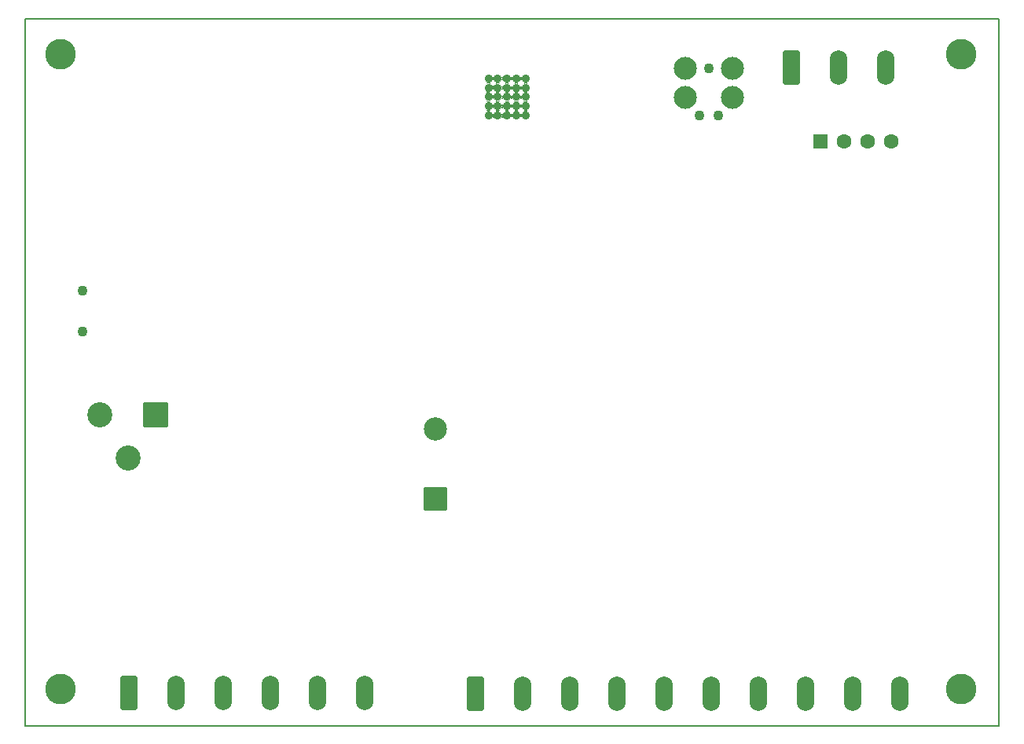
<source format=gbr>
G04 #@! TF.GenerationSoftware,KiCad,Pcbnew,(6.0.4-0)*
G04 #@! TF.CreationDate,2022-05-03T20:04:39-04:00*
G04 #@! TF.ProjectId,green_house_controller,67726565-6e5f-4686-9f75-73655f636f6e,rev?*
G04 #@! TF.SameCoordinates,Original*
G04 #@! TF.FileFunction,Soldermask,Bot*
G04 #@! TF.FilePolarity,Negative*
%FSLAX46Y46*%
G04 Gerber Fmt 4.6, Leading zero omitted, Abs format (unit mm)*
G04 Created by KiCad (PCBNEW (6.0.4-0)) date 2022-05-03 20:04:39*
%MOMM*%
%LPD*%
G01*
G04 APERTURE LIST*
G04 Aperture macros list*
%AMRoundRect*
0 Rectangle with rounded corners*
0 $1 Rounding radius*
0 $2 $3 $4 $5 $6 $7 $8 $9 X,Y pos of 4 corners*
0 Add a 4 corners polygon primitive as box body*
4,1,4,$2,$3,$4,$5,$6,$7,$8,$9,$2,$3,0*
0 Add four circle primitives for the rounded corners*
1,1,$1+$1,$2,$3*
1,1,$1+$1,$4,$5*
1,1,$1+$1,$6,$7*
1,1,$1+$1,$8,$9*
0 Add four rect primitives between the rounded corners*
20,1,$1+$1,$2,$3,$4,$5,0*
20,1,$1+$1,$4,$5,$6,$7,0*
20,1,$1+$1,$6,$7,$8,$9,0*
20,1,$1+$1,$8,$9,$2,$3,0*%
G04 Aperture macros list end*
G04 #@! TA.AperFunction,Profile*
%ADD10C,0.150000*%
G04 #@! TD*
%ADD11C,0.902000*%
%ADD12C,2.476900*%
%ADD13C,1.092600*%
%ADD14C,1.102000*%
%ADD15RoundRect,0.051000X-1.300000X1.300000X-1.300000X-1.300000X1.300000X-1.300000X1.300000X1.300000X0*%
%ADD16C,2.702000*%
%ADD17C,3.302000*%
%ADD18RoundRect,0.051000X1.200000X-1.200000X1.200000X1.200000X-1.200000X1.200000X-1.200000X-1.200000X0*%
%ADD19C,2.502000*%
%ADD20RoundRect,0.301000X-0.650000X-1.550000X0.650000X-1.550000X0.650000X1.550000X-0.650000X1.550000X0*%
%ADD21O,1.902000X3.702000*%
%ADD22RoundRect,0.051000X0.750000X-0.750000X0.750000X0.750000X-0.750000X0.750000X-0.750000X-0.750000X0*%
%ADD23C,1.602000*%
G04 APERTURE END LIST*
D10*
X100076000Y-133985000D02*
X203454000Y-133985000D01*
X100076000Y-57785000D02*
X98552000Y-57785000D01*
X203454000Y-133985000D02*
X203454000Y-57785000D01*
X100076000Y-133985000D02*
X98552000Y-133985000D01*
X98552000Y-57785000D02*
X98552000Y-133985000D01*
X203454000Y-57785000D02*
X100076000Y-57785000D01*
X100076000Y-133985000D02*
X203454000Y-133985000D01*
X100076000Y-57785000D02*
X98552000Y-57785000D01*
X203454000Y-133985000D02*
X203454000Y-57785000D01*
X100076000Y-133985000D02*
X98552000Y-133985000D01*
X98552000Y-57785000D02*
X98552000Y-133985000D01*
X203454000Y-57785000D02*
X100076000Y-57785000D01*
D11*
X152476000Y-67240000D03*
X152476000Y-64240000D03*
X150476000Y-65240000D03*
X151476000Y-68240000D03*
X151476000Y-64240000D03*
X148476000Y-68240000D03*
X151476000Y-65240000D03*
X149476000Y-67240000D03*
X148476000Y-67240000D03*
X149476000Y-66240000D03*
X149476000Y-64240000D03*
X148476000Y-65240000D03*
X150476000Y-68240000D03*
X149476000Y-68240000D03*
X148476000Y-66240000D03*
X152476000Y-68240000D03*
X150476000Y-64240000D03*
X152476000Y-65240000D03*
X150476000Y-66240000D03*
X149476000Y-65240000D03*
X152476000Y-66240000D03*
X151476000Y-66240000D03*
X148476000Y-64240000D03*
X150476000Y-67240000D03*
X151476000Y-67240000D03*
D12*
X174752000Y-66294000D03*
D13*
X171196000Y-68199000D03*
D12*
X169672000Y-63119000D03*
X169672000Y-66294000D03*
X174752000Y-63119000D03*
D13*
X173228000Y-68199000D03*
X172212000Y-63119000D03*
D14*
X104707000Y-91481000D03*
X104707000Y-87081000D03*
D15*
X112626000Y-100469000D03*
D16*
X106626000Y-100469000D03*
X109626000Y-105169000D03*
D17*
X199390000Y-130048000D03*
D18*
X142748000Y-109557755D03*
D19*
X142748000Y-102057755D03*
D20*
X181119500Y-63099500D03*
D21*
X186199500Y-63099500D03*
X191279500Y-63099500D03*
D20*
X147083500Y-130546500D03*
D21*
X152163500Y-130546500D03*
X157243500Y-130546500D03*
X162323500Y-130546500D03*
X167403500Y-130546500D03*
X172483500Y-130546500D03*
X177563500Y-130546500D03*
X182643500Y-130546500D03*
X187723500Y-130546500D03*
X192803500Y-130546500D03*
D17*
X199390000Y-61595000D03*
X102362000Y-130048000D03*
X102362000Y-61595000D03*
D20*
X109728000Y-130429000D03*
D21*
X114808000Y-130429000D03*
X119888000Y-130429000D03*
X124968000Y-130429000D03*
X130048000Y-130429000D03*
X135128000Y-130429000D03*
D22*
X184247500Y-71022500D03*
D23*
X186787500Y-71022500D03*
X189327500Y-71022500D03*
X191867500Y-71022500D03*
G36*
X149093514Y-68007355D02*
G01*
X149093476Y-68008970D01*
X149046639Y-68108730D01*
X149027054Y-68234515D01*
X149043560Y-68360739D01*
X149090242Y-68466833D01*
X149090024Y-68468821D01*
X149088193Y-68469626D01*
X149086824Y-68468856D01*
X149075969Y-68454709D01*
X149074249Y-68456029D01*
X149072266Y-68456290D01*
X149071475Y-68455697D01*
X149046107Y-68424214D01*
X148980392Y-68402338D01*
X148913286Y-68419463D01*
X148879857Y-68455364D01*
X148877945Y-68455950D01*
X148877176Y-68455588D01*
X148876031Y-68454709D01*
X148860307Y-68475201D01*
X148858459Y-68475966D01*
X148856872Y-68474748D01*
X148856920Y-68473111D01*
X148903726Y-68376504D01*
X148924867Y-68250842D01*
X148924998Y-68240131D01*
X148906933Y-68113987D01*
X148860137Y-68011065D01*
X148860331Y-68009074D01*
X148862151Y-68008246D01*
X148863545Y-68009019D01*
X148876031Y-68025291D01*
X148877751Y-68023971D01*
X148879734Y-68023710D01*
X148880525Y-68024303D01*
X148905893Y-68055786D01*
X148971608Y-68077662D01*
X149038714Y-68060537D01*
X149072143Y-68024636D01*
X149074055Y-68024050D01*
X149074824Y-68024412D01*
X149075969Y-68025291D01*
X149090079Y-68006902D01*
X149091927Y-68006137D01*
X149093514Y-68007355D01*
G37*
G36*
X152093514Y-68007355D02*
G01*
X152093476Y-68008970D01*
X152046639Y-68108730D01*
X152027054Y-68234515D01*
X152043560Y-68360739D01*
X152090242Y-68466833D01*
X152090024Y-68468821D01*
X152088193Y-68469626D01*
X152086824Y-68468856D01*
X152075969Y-68454709D01*
X152074249Y-68456029D01*
X152072266Y-68456290D01*
X152071475Y-68455697D01*
X152046107Y-68424214D01*
X151980392Y-68402338D01*
X151913286Y-68419463D01*
X151879857Y-68455364D01*
X151877945Y-68455950D01*
X151877176Y-68455588D01*
X151876031Y-68454709D01*
X151860307Y-68475201D01*
X151858459Y-68475966D01*
X151856872Y-68474748D01*
X151856920Y-68473111D01*
X151903726Y-68376504D01*
X151924867Y-68250842D01*
X151924998Y-68240131D01*
X151906933Y-68113987D01*
X151860137Y-68011065D01*
X151860331Y-68009074D01*
X151862151Y-68008246D01*
X151863545Y-68009019D01*
X151876031Y-68025291D01*
X151877751Y-68023971D01*
X151879734Y-68023710D01*
X151880525Y-68024303D01*
X151905893Y-68055786D01*
X151971608Y-68077662D01*
X152038714Y-68060537D01*
X152072143Y-68024636D01*
X152074055Y-68024050D01*
X152074824Y-68024412D01*
X152075969Y-68025291D01*
X152090079Y-68006902D01*
X152091927Y-68006137D01*
X152093514Y-68007355D01*
G37*
G36*
X151093514Y-68007355D02*
G01*
X151093476Y-68008970D01*
X151046639Y-68108730D01*
X151027054Y-68234515D01*
X151043560Y-68360739D01*
X151090242Y-68466833D01*
X151090024Y-68468821D01*
X151088193Y-68469626D01*
X151086824Y-68468856D01*
X151075969Y-68454709D01*
X151074249Y-68456029D01*
X151072266Y-68456290D01*
X151071475Y-68455697D01*
X151046107Y-68424214D01*
X150980392Y-68402338D01*
X150913286Y-68419463D01*
X150879857Y-68455364D01*
X150877945Y-68455950D01*
X150877176Y-68455588D01*
X150876031Y-68454709D01*
X150860307Y-68475201D01*
X150858459Y-68475966D01*
X150856872Y-68474748D01*
X150856920Y-68473111D01*
X150903726Y-68376504D01*
X150924867Y-68250842D01*
X150924998Y-68240131D01*
X150906933Y-68113987D01*
X150860137Y-68011065D01*
X150860331Y-68009074D01*
X150862151Y-68008246D01*
X150863545Y-68009019D01*
X150876031Y-68025291D01*
X150877751Y-68023971D01*
X150879734Y-68023710D01*
X150880525Y-68024303D01*
X150905893Y-68055786D01*
X150971608Y-68077662D01*
X151038714Y-68060537D01*
X151072143Y-68024636D01*
X151074055Y-68024050D01*
X151074824Y-68024412D01*
X151075969Y-68025291D01*
X151090079Y-68006902D01*
X151091927Y-68006137D01*
X151093514Y-68007355D01*
G37*
G36*
X150093514Y-68007355D02*
G01*
X150093476Y-68008970D01*
X150046639Y-68108730D01*
X150027054Y-68234515D01*
X150043560Y-68360739D01*
X150090242Y-68466833D01*
X150090024Y-68468821D01*
X150088193Y-68469626D01*
X150086824Y-68468856D01*
X150075969Y-68454709D01*
X150074249Y-68456029D01*
X150072266Y-68456290D01*
X150071475Y-68455697D01*
X150046107Y-68424214D01*
X149980392Y-68402338D01*
X149913286Y-68419463D01*
X149879857Y-68455364D01*
X149877945Y-68455950D01*
X149877176Y-68455588D01*
X149876031Y-68454709D01*
X149860307Y-68475201D01*
X149858459Y-68475966D01*
X149856872Y-68474748D01*
X149856920Y-68473111D01*
X149903726Y-68376504D01*
X149924867Y-68250842D01*
X149924998Y-68240131D01*
X149906933Y-68113987D01*
X149860137Y-68011065D01*
X149860331Y-68009074D01*
X149862151Y-68008246D01*
X149863545Y-68009019D01*
X149876031Y-68025291D01*
X149877751Y-68023971D01*
X149879734Y-68023710D01*
X149880525Y-68024303D01*
X149905893Y-68055786D01*
X149971608Y-68077662D01*
X150038714Y-68060537D01*
X150072143Y-68024636D01*
X150074055Y-68024050D01*
X150074824Y-68024412D01*
X150075969Y-68025291D01*
X150090079Y-68006902D01*
X150091927Y-68006137D01*
X150093514Y-68007355D01*
G37*
G36*
X152221854Y-67604734D02*
G01*
X152282709Y-67645243D01*
X152404215Y-67683203D01*
X152531494Y-67685537D01*
X152654315Y-67652052D01*
X152725266Y-67608487D01*
X152727265Y-67608433D01*
X152728311Y-67610137D01*
X152727530Y-67611778D01*
X152690710Y-67640031D01*
X152692029Y-67641750D01*
X152692290Y-67643733D01*
X152691697Y-67644525D01*
X152660215Y-67669893D01*
X152638339Y-67735608D01*
X152655464Y-67802714D01*
X152691364Y-67836142D01*
X152691950Y-67838054D01*
X152691588Y-67838823D01*
X152690709Y-67839968D01*
X152730986Y-67870874D01*
X152731751Y-67872722D01*
X152730533Y-67874309D01*
X152728680Y-67874139D01*
X152664326Y-67832426D01*
X152542364Y-67795952D01*
X152415066Y-67795175D01*
X152292666Y-67830157D01*
X152224972Y-67872869D01*
X152222974Y-67872948D01*
X152221907Y-67871257D01*
X152222687Y-67869591D01*
X152261291Y-67839969D01*
X152259971Y-67838249D01*
X152259710Y-67836266D01*
X152260303Y-67835475D01*
X152291794Y-67810094D01*
X152313662Y-67744378D01*
X152296528Y-67677272D01*
X152260635Y-67643859D01*
X152260049Y-67641947D01*
X152260411Y-67641178D01*
X152261291Y-67640032D01*
X152219528Y-67607986D01*
X152218763Y-67606138D01*
X152219981Y-67604551D01*
X152221854Y-67604734D01*
G37*
G36*
X151221854Y-67604734D02*
G01*
X151282709Y-67645243D01*
X151404215Y-67683203D01*
X151531494Y-67685537D01*
X151654315Y-67652052D01*
X151725266Y-67608487D01*
X151727265Y-67608433D01*
X151728311Y-67610137D01*
X151727530Y-67611778D01*
X151690710Y-67640031D01*
X151692029Y-67641750D01*
X151692290Y-67643733D01*
X151691697Y-67644525D01*
X151660215Y-67669893D01*
X151638339Y-67735608D01*
X151655464Y-67802714D01*
X151691364Y-67836142D01*
X151691950Y-67838054D01*
X151691588Y-67838823D01*
X151690709Y-67839968D01*
X151730986Y-67870874D01*
X151731751Y-67872722D01*
X151730533Y-67874309D01*
X151728680Y-67874139D01*
X151664326Y-67832426D01*
X151542364Y-67795952D01*
X151415066Y-67795175D01*
X151292666Y-67830157D01*
X151224972Y-67872869D01*
X151222974Y-67872948D01*
X151221907Y-67871257D01*
X151222687Y-67869591D01*
X151261291Y-67839969D01*
X151259971Y-67838249D01*
X151259710Y-67836266D01*
X151260303Y-67835475D01*
X151291794Y-67810094D01*
X151313662Y-67744378D01*
X151296528Y-67677272D01*
X151260635Y-67643859D01*
X151260049Y-67641947D01*
X151260411Y-67641178D01*
X151261291Y-67640032D01*
X151219528Y-67607986D01*
X151218763Y-67606138D01*
X151219981Y-67604551D01*
X151221854Y-67604734D01*
G37*
G36*
X148221854Y-67604734D02*
G01*
X148282709Y-67645243D01*
X148404215Y-67683203D01*
X148531494Y-67685537D01*
X148654315Y-67652052D01*
X148725266Y-67608487D01*
X148727265Y-67608433D01*
X148728311Y-67610137D01*
X148727530Y-67611778D01*
X148690710Y-67640031D01*
X148692029Y-67641750D01*
X148692290Y-67643733D01*
X148691697Y-67644525D01*
X148660215Y-67669893D01*
X148638339Y-67735608D01*
X148655464Y-67802714D01*
X148691364Y-67836142D01*
X148691950Y-67838054D01*
X148691588Y-67838823D01*
X148690709Y-67839968D01*
X148730986Y-67870874D01*
X148731751Y-67872722D01*
X148730533Y-67874309D01*
X148728680Y-67874139D01*
X148664326Y-67832426D01*
X148542364Y-67795952D01*
X148415066Y-67795175D01*
X148292666Y-67830157D01*
X148224972Y-67872869D01*
X148222974Y-67872948D01*
X148221907Y-67871257D01*
X148222687Y-67869591D01*
X148261291Y-67839969D01*
X148259971Y-67838249D01*
X148259710Y-67836266D01*
X148260303Y-67835475D01*
X148291794Y-67810094D01*
X148313662Y-67744378D01*
X148296528Y-67677272D01*
X148260635Y-67643859D01*
X148260049Y-67641947D01*
X148260411Y-67641178D01*
X148261291Y-67640032D01*
X148219528Y-67607986D01*
X148218763Y-67606138D01*
X148219981Y-67604551D01*
X148221854Y-67604734D01*
G37*
G36*
X150221854Y-67604734D02*
G01*
X150282709Y-67645243D01*
X150404215Y-67683203D01*
X150531494Y-67685537D01*
X150654315Y-67652052D01*
X150725266Y-67608487D01*
X150727265Y-67608433D01*
X150728311Y-67610137D01*
X150727530Y-67611778D01*
X150690710Y-67640031D01*
X150692029Y-67641750D01*
X150692290Y-67643733D01*
X150691697Y-67644525D01*
X150660215Y-67669893D01*
X150638339Y-67735608D01*
X150655464Y-67802714D01*
X150691364Y-67836142D01*
X150691950Y-67838054D01*
X150691588Y-67838823D01*
X150690709Y-67839968D01*
X150730986Y-67870874D01*
X150731751Y-67872722D01*
X150730533Y-67874309D01*
X150728680Y-67874139D01*
X150664326Y-67832426D01*
X150542364Y-67795952D01*
X150415066Y-67795175D01*
X150292666Y-67830157D01*
X150224972Y-67872869D01*
X150222974Y-67872948D01*
X150221907Y-67871257D01*
X150222687Y-67869591D01*
X150261291Y-67839969D01*
X150259971Y-67838249D01*
X150259710Y-67836266D01*
X150260303Y-67835475D01*
X150291794Y-67810094D01*
X150313662Y-67744378D01*
X150296528Y-67677272D01*
X150260635Y-67643859D01*
X150260049Y-67641947D01*
X150260411Y-67641178D01*
X150261291Y-67640032D01*
X150219528Y-67607986D01*
X150218763Y-67606138D01*
X150219981Y-67604551D01*
X150221854Y-67604734D01*
G37*
G36*
X149221854Y-67604734D02*
G01*
X149282709Y-67645243D01*
X149404215Y-67683203D01*
X149531494Y-67685537D01*
X149654315Y-67652052D01*
X149725266Y-67608487D01*
X149727265Y-67608433D01*
X149728311Y-67610137D01*
X149727530Y-67611778D01*
X149690710Y-67640031D01*
X149692029Y-67641750D01*
X149692290Y-67643733D01*
X149691697Y-67644525D01*
X149660215Y-67669893D01*
X149638339Y-67735608D01*
X149655464Y-67802714D01*
X149691364Y-67836142D01*
X149691950Y-67838054D01*
X149691588Y-67838823D01*
X149690709Y-67839968D01*
X149730986Y-67870874D01*
X149731751Y-67872722D01*
X149730533Y-67874309D01*
X149728680Y-67874139D01*
X149664326Y-67832426D01*
X149542364Y-67795952D01*
X149415066Y-67795175D01*
X149292666Y-67830157D01*
X149224972Y-67872869D01*
X149222974Y-67872948D01*
X149221907Y-67871257D01*
X149222687Y-67869591D01*
X149261291Y-67839969D01*
X149259971Y-67838249D01*
X149259710Y-67836266D01*
X149260303Y-67835475D01*
X149291794Y-67810094D01*
X149313662Y-67744378D01*
X149296528Y-67677272D01*
X149260635Y-67643859D01*
X149260049Y-67641947D01*
X149260411Y-67641178D01*
X149261291Y-67640032D01*
X149219528Y-67607986D01*
X149218763Y-67606138D01*
X149219981Y-67604551D01*
X149221854Y-67604734D01*
G37*
G36*
X149093514Y-67007355D02*
G01*
X149093476Y-67008970D01*
X149046639Y-67108730D01*
X149027054Y-67234515D01*
X149043560Y-67360739D01*
X149090242Y-67466833D01*
X149090024Y-67468821D01*
X149088193Y-67469626D01*
X149086824Y-67468856D01*
X149075969Y-67454709D01*
X149074249Y-67456029D01*
X149072266Y-67456290D01*
X149071475Y-67455697D01*
X149046107Y-67424214D01*
X148980392Y-67402338D01*
X148913286Y-67419463D01*
X148879857Y-67455364D01*
X148877945Y-67455950D01*
X148877176Y-67455588D01*
X148876031Y-67454709D01*
X148860307Y-67475201D01*
X148858459Y-67475966D01*
X148856872Y-67474748D01*
X148856920Y-67473111D01*
X148903726Y-67376504D01*
X148924867Y-67250842D01*
X148924998Y-67240131D01*
X148906933Y-67113987D01*
X148860137Y-67011065D01*
X148860331Y-67009074D01*
X148862151Y-67008246D01*
X148863545Y-67009019D01*
X148876031Y-67025291D01*
X148877751Y-67023971D01*
X148879734Y-67023710D01*
X148880525Y-67024303D01*
X148905893Y-67055786D01*
X148971608Y-67077662D01*
X149038714Y-67060537D01*
X149072143Y-67024636D01*
X149074055Y-67024050D01*
X149074824Y-67024412D01*
X149075969Y-67025291D01*
X149090079Y-67006902D01*
X149091927Y-67006137D01*
X149093514Y-67007355D01*
G37*
G36*
X152093514Y-67007355D02*
G01*
X152093476Y-67008970D01*
X152046639Y-67108730D01*
X152027054Y-67234515D01*
X152043560Y-67360739D01*
X152090242Y-67466833D01*
X152090024Y-67468821D01*
X152088193Y-67469626D01*
X152086824Y-67468856D01*
X152075969Y-67454709D01*
X152074249Y-67456029D01*
X152072266Y-67456290D01*
X152071475Y-67455697D01*
X152046107Y-67424214D01*
X151980392Y-67402338D01*
X151913286Y-67419463D01*
X151879857Y-67455364D01*
X151877945Y-67455950D01*
X151877176Y-67455588D01*
X151876031Y-67454709D01*
X151860307Y-67475201D01*
X151858459Y-67475966D01*
X151856872Y-67474748D01*
X151856920Y-67473111D01*
X151903726Y-67376504D01*
X151924867Y-67250842D01*
X151924998Y-67240131D01*
X151906933Y-67113987D01*
X151860137Y-67011065D01*
X151860331Y-67009074D01*
X151862151Y-67008246D01*
X151863545Y-67009019D01*
X151876031Y-67025291D01*
X151877751Y-67023971D01*
X151879734Y-67023710D01*
X151880525Y-67024303D01*
X151905893Y-67055786D01*
X151971608Y-67077662D01*
X152038714Y-67060537D01*
X152072143Y-67024636D01*
X152074055Y-67024050D01*
X152074824Y-67024412D01*
X152075969Y-67025291D01*
X152090079Y-67006902D01*
X152091927Y-67006137D01*
X152093514Y-67007355D01*
G37*
G36*
X151093514Y-67007355D02*
G01*
X151093476Y-67008970D01*
X151046639Y-67108730D01*
X151027054Y-67234515D01*
X151043560Y-67360739D01*
X151090242Y-67466833D01*
X151090024Y-67468821D01*
X151088193Y-67469626D01*
X151086824Y-67468856D01*
X151075969Y-67454709D01*
X151074249Y-67456029D01*
X151072266Y-67456290D01*
X151071475Y-67455697D01*
X151046107Y-67424214D01*
X150980392Y-67402338D01*
X150913286Y-67419463D01*
X150879857Y-67455364D01*
X150877945Y-67455950D01*
X150877176Y-67455588D01*
X150876031Y-67454709D01*
X150860307Y-67475201D01*
X150858459Y-67475966D01*
X150856872Y-67474748D01*
X150856920Y-67473111D01*
X150903726Y-67376504D01*
X150924867Y-67250842D01*
X150924998Y-67240131D01*
X150906933Y-67113987D01*
X150860137Y-67011065D01*
X150860331Y-67009074D01*
X150862151Y-67008246D01*
X150863545Y-67009019D01*
X150876031Y-67025291D01*
X150877751Y-67023971D01*
X150879734Y-67023710D01*
X150880525Y-67024303D01*
X150905893Y-67055786D01*
X150971608Y-67077662D01*
X151038714Y-67060537D01*
X151072143Y-67024636D01*
X151074055Y-67024050D01*
X151074824Y-67024412D01*
X151075969Y-67025291D01*
X151090079Y-67006902D01*
X151091927Y-67006137D01*
X151093514Y-67007355D01*
G37*
G36*
X150093514Y-67007355D02*
G01*
X150093476Y-67008970D01*
X150046639Y-67108730D01*
X150027054Y-67234515D01*
X150043560Y-67360739D01*
X150090242Y-67466833D01*
X150090024Y-67468821D01*
X150088193Y-67469626D01*
X150086824Y-67468856D01*
X150075969Y-67454709D01*
X150074249Y-67456029D01*
X150072266Y-67456290D01*
X150071475Y-67455697D01*
X150046107Y-67424214D01*
X149980392Y-67402338D01*
X149913286Y-67419463D01*
X149879857Y-67455364D01*
X149877945Y-67455950D01*
X149877176Y-67455588D01*
X149876031Y-67454709D01*
X149860307Y-67475201D01*
X149858459Y-67475966D01*
X149856872Y-67474748D01*
X149856920Y-67473111D01*
X149903726Y-67376504D01*
X149924867Y-67250842D01*
X149924998Y-67240131D01*
X149906933Y-67113987D01*
X149860137Y-67011065D01*
X149860331Y-67009074D01*
X149862151Y-67008246D01*
X149863545Y-67009019D01*
X149876031Y-67025291D01*
X149877751Y-67023971D01*
X149879734Y-67023710D01*
X149880525Y-67024303D01*
X149905893Y-67055786D01*
X149971608Y-67077662D01*
X150038714Y-67060537D01*
X150072143Y-67024636D01*
X150074055Y-67024050D01*
X150074824Y-67024412D01*
X150075969Y-67025291D01*
X150090079Y-67006902D01*
X150091927Y-67006137D01*
X150093514Y-67007355D01*
G37*
G36*
X148221854Y-66604734D02*
G01*
X148282709Y-66645243D01*
X148404215Y-66683203D01*
X148531494Y-66685537D01*
X148654315Y-66652052D01*
X148725266Y-66608487D01*
X148727265Y-66608433D01*
X148728311Y-66610137D01*
X148727530Y-66611778D01*
X148690710Y-66640031D01*
X148692029Y-66641750D01*
X148692290Y-66643733D01*
X148691697Y-66644525D01*
X148660215Y-66669893D01*
X148638339Y-66735608D01*
X148655464Y-66802714D01*
X148691364Y-66836142D01*
X148691950Y-66838054D01*
X148691588Y-66838823D01*
X148690709Y-66839968D01*
X148730986Y-66870874D01*
X148731751Y-66872722D01*
X148730533Y-66874309D01*
X148728680Y-66874139D01*
X148664326Y-66832426D01*
X148542364Y-66795952D01*
X148415066Y-66795175D01*
X148292666Y-66830157D01*
X148224972Y-66872869D01*
X148222974Y-66872948D01*
X148221907Y-66871257D01*
X148222687Y-66869591D01*
X148261291Y-66839969D01*
X148259971Y-66838249D01*
X148259710Y-66836266D01*
X148260303Y-66835475D01*
X148291794Y-66810094D01*
X148313662Y-66744378D01*
X148296528Y-66677272D01*
X148260635Y-66643859D01*
X148260049Y-66641947D01*
X148260411Y-66641178D01*
X148261291Y-66640032D01*
X148219528Y-66607986D01*
X148218763Y-66606138D01*
X148219981Y-66604551D01*
X148221854Y-66604734D01*
G37*
G36*
X149221854Y-66604734D02*
G01*
X149282709Y-66645243D01*
X149404215Y-66683203D01*
X149531494Y-66685537D01*
X149654315Y-66652052D01*
X149725266Y-66608487D01*
X149727265Y-66608433D01*
X149728311Y-66610137D01*
X149727530Y-66611778D01*
X149690710Y-66640031D01*
X149692029Y-66641750D01*
X149692290Y-66643733D01*
X149691697Y-66644525D01*
X149660215Y-66669893D01*
X149638339Y-66735608D01*
X149655464Y-66802714D01*
X149691364Y-66836142D01*
X149691950Y-66838054D01*
X149691588Y-66838823D01*
X149690709Y-66839968D01*
X149730986Y-66870874D01*
X149731751Y-66872722D01*
X149730533Y-66874309D01*
X149728680Y-66874139D01*
X149664326Y-66832426D01*
X149542364Y-66795952D01*
X149415066Y-66795175D01*
X149292666Y-66830157D01*
X149224972Y-66872869D01*
X149222974Y-66872948D01*
X149221907Y-66871257D01*
X149222687Y-66869591D01*
X149261291Y-66839969D01*
X149259971Y-66838249D01*
X149259710Y-66836266D01*
X149260303Y-66835475D01*
X149291794Y-66810094D01*
X149313662Y-66744378D01*
X149296528Y-66677272D01*
X149260635Y-66643859D01*
X149260049Y-66641947D01*
X149260411Y-66641178D01*
X149261291Y-66640032D01*
X149219528Y-66607986D01*
X149218763Y-66606138D01*
X149219981Y-66604551D01*
X149221854Y-66604734D01*
G37*
G36*
X152221854Y-66604734D02*
G01*
X152282709Y-66645243D01*
X152404215Y-66683203D01*
X152531494Y-66685537D01*
X152654315Y-66652052D01*
X152725266Y-66608487D01*
X152727265Y-66608433D01*
X152728311Y-66610137D01*
X152727530Y-66611778D01*
X152690710Y-66640031D01*
X152692029Y-66641750D01*
X152692290Y-66643733D01*
X152691697Y-66644525D01*
X152660215Y-66669893D01*
X152638339Y-66735608D01*
X152655464Y-66802714D01*
X152691364Y-66836142D01*
X152691950Y-66838054D01*
X152691588Y-66838823D01*
X152690709Y-66839968D01*
X152730986Y-66870874D01*
X152731751Y-66872722D01*
X152730533Y-66874309D01*
X152728680Y-66874139D01*
X152664326Y-66832426D01*
X152542364Y-66795952D01*
X152415066Y-66795175D01*
X152292666Y-66830157D01*
X152224972Y-66872869D01*
X152222974Y-66872948D01*
X152221907Y-66871257D01*
X152222687Y-66869591D01*
X152261291Y-66839969D01*
X152259971Y-66838249D01*
X152259710Y-66836266D01*
X152260303Y-66835475D01*
X152291794Y-66810094D01*
X152313662Y-66744378D01*
X152296528Y-66677272D01*
X152260635Y-66643859D01*
X152260049Y-66641947D01*
X152260411Y-66641178D01*
X152261291Y-66640032D01*
X152219528Y-66607986D01*
X152218763Y-66606138D01*
X152219981Y-66604551D01*
X152221854Y-66604734D01*
G37*
G36*
X150221854Y-66604734D02*
G01*
X150282709Y-66645243D01*
X150404215Y-66683203D01*
X150531494Y-66685537D01*
X150654315Y-66652052D01*
X150725266Y-66608487D01*
X150727265Y-66608433D01*
X150728311Y-66610137D01*
X150727530Y-66611778D01*
X150690710Y-66640031D01*
X150692029Y-66641750D01*
X150692290Y-66643733D01*
X150691697Y-66644525D01*
X150660215Y-66669893D01*
X150638339Y-66735608D01*
X150655464Y-66802714D01*
X150691364Y-66836142D01*
X150691950Y-66838054D01*
X150691588Y-66838823D01*
X150690709Y-66839968D01*
X150730986Y-66870874D01*
X150731751Y-66872722D01*
X150730533Y-66874309D01*
X150728680Y-66874139D01*
X150664326Y-66832426D01*
X150542364Y-66795952D01*
X150415066Y-66795175D01*
X150292666Y-66830157D01*
X150224972Y-66872869D01*
X150222974Y-66872948D01*
X150221907Y-66871257D01*
X150222687Y-66869591D01*
X150261291Y-66839969D01*
X150259971Y-66838249D01*
X150259710Y-66836266D01*
X150260303Y-66835475D01*
X150291794Y-66810094D01*
X150313662Y-66744378D01*
X150296528Y-66677272D01*
X150260635Y-66643859D01*
X150260049Y-66641947D01*
X150260411Y-66641178D01*
X150261291Y-66640032D01*
X150219528Y-66607986D01*
X150218763Y-66606138D01*
X150219981Y-66604551D01*
X150221854Y-66604734D01*
G37*
G36*
X151221854Y-66604734D02*
G01*
X151282709Y-66645243D01*
X151404215Y-66683203D01*
X151531494Y-66685537D01*
X151654315Y-66652052D01*
X151725266Y-66608487D01*
X151727265Y-66608433D01*
X151728311Y-66610137D01*
X151727530Y-66611778D01*
X151690710Y-66640031D01*
X151692029Y-66641750D01*
X151692290Y-66643733D01*
X151691697Y-66644525D01*
X151660215Y-66669893D01*
X151638339Y-66735608D01*
X151655464Y-66802714D01*
X151691364Y-66836142D01*
X151691950Y-66838054D01*
X151691588Y-66838823D01*
X151690709Y-66839968D01*
X151730986Y-66870874D01*
X151731751Y-66872722D01*
X151730533Y-66874309D01*
X151728680Y-66874139D01*
X151664326Y-66832426D01*
X151542364Y-66795952D01*
X151415066Y-66795175D01*
X151292666Y-66830157D01*
X151224972Y-66872869D01*
X151222974Y-66872948D01*
X151221907Y-66871257D01*
X151222687Y-66869591D01*
X151261291Y-66839969D01*
X151259971Y-66838249D01*
X151259710Y-66836266D01*
X151260303Y-66835475D01*
X151291794Y-66810094D01*
X151313662Y-66744378D01*
X151296528Y-66677272D01*
X151260635Y-66643859D01*
X151260049Y-66641947D01*
X151260411Y-66641178D01*
X151261291Y-66640032D01*
X151219528Y-66607986D01*
X151218763Y-66606138D01*
X151219981Y-66604551D01*
X151221854Y-66604734D01*
G37*
G36*
X150093514Y-66007355D02*
G01*
X150093476Y-66008970D01*
X150046639Y-66108730D01*
X150027054Y-66234515D01*
X150043560Y-66360739D01*
X150090242Y-66466833D01*
X150090024Y-66468821D01*
X150088193Y-66469626D01*
X150086824Y-66468856D01*
X150075969Y-66454709D01*
X150074249Y-66456029D01*
X150072266Y-66456290D01*
X150071475Y-66455697D01*
X150046107Y-66424214D01*
X149980392Y-66402338D01*
X149913286Y-66419463D01*
X149879857Y-66455364D01*
X149877945Y-66455950D01*
X149877176Y-66455588D01*
X149876031Y-66454709D01*
X149860307Y-66475201D01*
X149858459Y-66475966D01*
X149856872Y-66474748D01*
X149856920Y-66473111D01*
X149903726Y-66376504D01*
X149924867Y-66250842D01*
X149924998Y-66240131D01*
X149906933Y-66113987D01*
X149860137Y-66011065D01*
X149860331Y-66009074D01*
X149862151Y-66008246D01*
X149863545Y-66009019D01*
X149876031Y-66025291D01*
X149877751Y-66023971D01*
X149879734Y-66023710D01*
X149880525Y-66024303D01*
X149905893Y-66055786D01*
X149971608Y-66077662D01*
X150038714Y-66060537D01*
X150072143Y-66024636D01*
X150074055Y-66024050D01*
X150074824Y-66024412D01*
X150075969Y-66025291D01*
X150090079Y-66006902D01*
X150091927Y-66006137D01*
X150093514Y-66007355D01*
G37*
G36*
X151093514Y-66007355D02*
G01*
X151093476Y-66008970D01*
X151046639Y-66108730D01*
X151027054Y-66234515D01*
X151043560Y-66360739D01*
X151090242Y-66466833D01*
X151090024Y-66468821D01*
X151088193Y-66469626D01*
X151086824Y-66468856D01*
X151075969Y-66454709D01*
X151074249Y-66456029D01*
X151072266Y-66456290D01*
X151071475Y-66455697D01*
X151046107Y-66424214D01*
X150980392Y-66402338D01*
X150913286Y-66419463D01*
X150879857Y-66455364D01*
X150877945Y-66455950D01*
X150877176Y-66455588D01*
X150876031Y-66454709D01*
X150860307Y-66475201D01*
X150858459Y-66475966D01*
X150856872Y-66474748D01*
X150856920Y-66473111D01*
X150903726Y-66376504D01*
X150924867Y-66250842D01*
X150924998Y-66240131D01*
X150906933Y-66113987D01*
X150860137Y-66011065D01*
X150860331Y-66009074D01*
X150862151Y-66008246D01*
X150863545Y-66009019D01*
X150876031Y-66025291D01*
X150877751Y-66023971D01*
X150879734Y-66023710D01*
X150880525Y-66024303D01*
X150905893Y-66055786D01*
X150971608Y-66077662D01*
X151038714Y-66060537D01*
X151072143Y-66024636D01*
X151074055Y-66024050D01*
X151074824Y-66024412D01*
X151075969Y-66025291D01*
X151090079Y-66006902D01*
X151091927Y-66006137D01*
X151093514Y-66007355D01*
G37*
G36*
X149093514Y-66007355D02*
G01*
X149093476Y-66008970D01*
X149046639Y-66108730D01*
X149027054Y-66234515D01*
X149043560Y-66360739D01*
X149090242Y-66466833D01*
X149090024Y-66468821D01*
X149088193Y-66469626D01*
X149086824Y-66468856D01*
X149075969Y-66454709D01*
X149074249Y-66456029D01*
X149072266Y-66456290D01*
X149071475Y-66455697D01*
X149046107Y-66424214D01*
X148980392Y-66402338D01*
X148913286Y-66419463D01*
X148879857Y-66455364D01*
X148877945Y-66455950D01*
X148877176Y-66455588D01*
X148876031Y-66454709D01*
X148860307Y-66475201D01*
X148858459Y-66475966D01*
X148856872Y-66474748D01*
X148856920Y-66473111D01*
X148903726Y-66376504D01*
X148924867Y-66250842D01*
X148924998Y-66240131D01*
X148906933Y-66113987D01*
X148860137Y-66011065D01*
X148860331Y-66009074D01*
X148862151Y-66008246D01*
X148863545Y-66009019D01*
X148876031Y-66025291D01*
X148877751Y-66023971D01*
X148879734Y-66023710D01*
X148880525Y-66024303D01*
X148905893Y-66055786D01*
X148971608Y-66077662D01*
X149038714Y-66060537D01*
X149072143Y-66024636D01*
X149074055Y-66024050D01*
X149074824Y-66024412D01*
X149075969Y-66025291D01*
X149090079Y-66006902D01*
X149091927Y-66006137D01*
X149093514Y-66007355D01*
G37*
G36*
X152093514Y-66007355D02*
G01*
X152093476Y-66008970D01*
X152046639Y-66108730D01*
X152027054Y-66234515D01*
X152043560Y-66360739D01*
X152090242Y-66466833D01*
X152090024Y-66468821D01*
X152088193Y-66469626D01*
X152086824Y-66468856D01*
X152075969Y-66454709D01*
X152074249Y-66456029D01*
X152072266Y-66456290D01*
X152071475Y-66455697D01*
X152046107Y-66424214D01*
X151980392Y-66402338D01*
X151913286Y-66419463D01*
X151879857Y-66455364D01*
X151877945Y-66455950D01*
X151877176Y-66455588D01*
X151876031Y-66454709D01*
X151860307Y-66475201D01*
X151858459Y-66475966D01*
X151856872Y-66474748D01*
X151856920Y-66473111D01*
X151903726Y-66376504D01*
X151924867Y-66250842D01*
X151924998Y-66240131D01*
X151906933Y-66113987D01*
X151860137Y-66011065D01*
X151860331Y-66009074D01*
X151862151Y-66008246D01*
X151863545Y-66009019D01*
X151876031Y-66025291D01*
X151877751Y-66023971D01*
X151879734Y-66023710D01*
X151880525Y-66024303D01*
X151905893Y-66055786D01*
X151971608Y-66077662D01*
X152038714Y-66060537D01*
X152072143Y-66024636D01*
X152074055Y-66024050D01*
X152074824Y-66024412D01*
X152075969Y-66025291D01*
X152090079Y-66006902D01*
X152091927Y-66006137D01*
X152093514Y-66007355D01*
G37*
G36*
X149221854Y-65604734D02*
G01*
X149282709Y-65645243D01*
X149404215Y-65683203D01*
X149531494Y-65685537D01*
X149654315Y-65652052D01*
X149725266Y-65608487D01*
X149727265Y-65608433D01*
X149728311Y-65610137D01*
X149727530Y-65611778D01*
X149690710Y-65640031D01*
X149692029Y-65641750D01*
X149692290Y-65643733D01*
X149691697Y-65644525D01*
X149660215Y-65669893D01*
X149638339Y-65735608D01*
X149655464Y-65802714D01*
X149691364Y-65836142D01*
X149691950Y-65838054D01*
X149691588Y-65838823D01*
X149690709Y-65839968D01*
X149730986Y-65870874D01*
X149731751Y-65872722D01*
X149730533Y-65874309D01*
X149728680Y-65874139D01*
X149664326Y-65832426D01*
X149542364Y-65795952D01*
X149415066Y-65795175D01*
X149292666Y-65830157D01*
X149224972Y-65872869D01*
X149222974Y-65872948D01*
X149221907Y-65871257D01*
X149222687Y-65869591D01*
X149261291Y-65839969D01*
X149259971Y-65838249D01*
X149259710Y-65836266D01*
X149260303Y-65835475D01*
X149291794Y-65810094D01*
X149313662Y-65744378D01*
X149296528Y-65677272D01*
X149260635Y-65643859D01*
X149260049Y-65641947D01*
X149260411Y-65641178D01*
X149261291Y-65640032D01*
X149219528Y-65607986D01*
X149218763Y-65606138D01*
X149219981Y-65604551D01*
X149221854Y-65604734D01*
G37*
G36*
X148221854Y-65604734D02*
G01*
X148282709Y-65645243D01*
X148404215Y-65683203D01*
X148531494Y-65685537D01*
X148654315Y-65652052D01*
X148725266Y-65608487D01*
X148727265Y-65608433D01*
X148728311Y-65610137D01*
X148727530Y-65611778D01*
X148690710Y-65640031D01*
X148692029Y-65641750D01*
X148692290Y-65643733D01*
X148691697Y-65644525D01*
X148660215Y-65669893D01*
X148638339Y-65735608D01*
X148655464Y-65802714D01*
X148691364Y-65836142D01*
X148691950Y-65838054D01*
X148691588Y-65838823D01*
X148690709Y-65839968D01*
X148730986Y-65870874D01*
X148731751Y-65872722D01*
X148730533Y-65874309D01*
X148728680Y-65874139D01*
X148664326Y-65832426D01*
X148542364Y-65795952D01*
X148415066Y-65795175D01*
X148292666Y-65830157D01*
X148224972Y-65872869D01*
X148222974Y-65872948D01*
X148221907Y-65871257D01*
X148222687Y-65869591D01*
X148261291Y-65839969D01*
X148259971Y-65838249D01*
X148259710Y-65836266D01*
X148260303Y-65835475D01*
X148291794Y-65810094D01*
X148313662Y-65744378D01*
X148296528Y-65677272D01*
X148260635Y-65643859D01*
X148260049Y-65641947D01*
X148260411Y-65641178D01*
X148261291Y-65640032D01*
X148219528Y-65607986D01*
X148218763Y-65606138D01*
X148219981Y-65604551D01*
X148221854Y-65604734D01*
G37*
G36*
X150221854Y-65604734D02*
G01*
X150282709Y-65645243D01*
X150404215Y-65683203D01*
X150531494Y-65685537D01*
X150654315Y-65652052D01*
X150725266Y-65608487D01*
X150727265Y-65608433D01*
X150728311Y-65610137D01*
X150727530Y-65611778D01*
X150690710Y-65640031D01*
X150692029Y-65641750D01*
X150692290Y-65643733D01*
X150691697Y-65644525D01*
X150660215Y-65669893D01*
X150638339Y-65735608D01*
X150655464Y-65802714D01*
X150691364Y-65836142D01*
X150691950Y-65838054D01*
X150691588Y-65838823D01*
X150690709Y-65839968D01*
X150730986Y-65870874D01*
X150731751Y-65872722D01*
X150730533Y-65874309D01*
X150728680Y-65874139D01*
X150664326Y-65832426D01*
X150542364Y-65795952D01*
X150415066Y-65795175D01*
X150292666Y-65830157D01*
X150224972Y-65872869D01*
X150222974Y-65872948D01*
X150221907Y-65871257D01*
X150222687Y-65869591D01*
X150261291Y-65839969D01*
X150259971Y-65838249D01*
X150259710Y-65836266D01*
X150260303Y-65835475D01*
X150291794Y-65810094D01*
X150313662Y-65744378D01*
X150296528Y-65677272D01*
X150260635Y-65643859D01*
X150260049Y-65641947D01*
X150260411Y-65641178D01*
X150261291Y-65640032D01*
X150219528Y-65607986D01*
X150218763Y-65606138D01*
X150219981Y-65604551D01*
X150221854Y-65604734D01*
G37*
G36*
X152221854Y-65604734D02*
G01*
X152282709Y-65645243D01*
X152404215Y-65683203D01*
X152531494Y-65685537D01*
X152654315Y-65652052D01*
X152725266Y-65608487D01*
X152727265Y-65608433D01*
X152728311Y-65610137D01*
X152727530Y-65611778D01*
X152690710Y-65640031D01*
X152692029Y-65641750D01*
X152692290Y-65643733D01*
X152691697Y-65644525D01*
X152660215Y-65669893D01*
X152638339Y-65735608D01*
X152655464Y-65802714D01*
X152691364Y-65836142D01*
X152691950Y-65838054D01*
X152691588Y-65838823D01*
X152690709Y-65839968D01*
X152730986Y-65870874D01*
X152731751Y-65872722D01*
X152730533Y-65874309D01*
X152728680Y-65874139D01*
X152664326Y-65832426D01*
X152542364Y-65795952D01*
X152415066Y-65795175D01*
X152292666Y-65830157D01*
X152224972Y-65872869D01*
X152222974Y-65872948D01*
X152221907Y-65871257D01*
X152222687Y-65869591D01*
X152261291Y-65839969D01*
X152259971Y-65838249D01*
X152259710Y-65836266D01*
X152260303Y-65835475D01*
X152291794Y-65810094D01*
X152313662Y-65744378D01*
X152296528Y-65677272D01*
X152260635Y-65643859D01*
X152260049Y-65641947D01*
X152260411Y-65641178D01*
X152261291Y-65640032D01*
X152219528Y-65607986D01*
X152218763Y-65606138D01*
X152219981Y-65604551D01*
X152221854Y-65604734D01*
G37*
G36*
X151221854Y-65604734D02*
G01*
X151282709Y-65645243D01*
X151404215Y-65683203D01*
X151531494Y-65685537D01*
X151654315Y-65652052D01*
X151725266Y-65608487D01*
X151727265Y-65608433D01*
X151728311Y-65610137D01*
X151727530Y-65611778D01*
X151690710Y-65640031D01*
X151692029Y-65641750D01*
X151692290Y-65643733D01*
X151691697Y-65644525D01*
X151660215Y-65669893D01*
X151638339Y-65735608D01*
X151655464Y-65802714D01*
X151691364Y-65836142D01*
X151691950Y-65838054D01*
X151691588Y-65838823D01*
X151690709Y-65839968D01*
X151730986Y-65870874D01*
X151731751Y-65872722D01*
X151730533Y-65874309D01*
X151728680Y-65874139D01*
X151664326Y-65832426D01*
X151542364Y-65795952D01*
X151415066Y-65795175D01*
X151292666Y-65830157D01*
X151224972Y-65872869D01*
X151222974Y-65872948D01*
X151221907Y-65871257D01*
X151222687Y-65869591D01*
X151261291Y-65839969D01*
X151259971Y-65838249D01*
X151259710Y-65836266D01*
X151260303Y-65835475D01*
X151291794Y-65810094D01*
X151313662Y-65744378D01*
X151296528Y-65677272D01*
X151260635Y-65643859D01*
X151260049Y-65641947D01*
X151260411Y-65641178D01*
X151261291Y-65640032D01*
X151219528Y-65607986D01*
X151218763Y-65606138D01*
X151219981Y-65604551D01*
X151221854Y-65604734D01*
G37*
G36*
X149093514Y-65007355D02*
G01*
X149093476Y-65008970D01*
X149046639Y-65108730D01*
X149027054Y-65234515D01*
X149043560Y-65360739D01*
X149090242Y-65466833D01*
X149090024Y-65468821D01*
X149088193Y-65469626D01*
X149086824Y-65468856D01*
X149075969Y-65454709D01*
X149074249Y-65456029D01*
X149072266Y-65456290D01*
X149071475Y-65455697D01*
X149046107Y-65424214D01*
X148980392Y-65402338D01*
X148913286Y-65419463D01*
X148879857Y-65455364D01*
X148877945Y-65455950D01*
X148877176Y-65455588D01*
X148876031Y-65454709D01*
X148860307Y-65475201D01*
X148858459Y-65475966D01*
X148856872Y-65474748D01*
X148856920Y-65473111D01*
X148903726Y-65376504D01*
X148924867Y-65250842D01*
X148924998Y-65240131D01*
X148906933Y-65113987D01*
X148860137Y-65011065D01*
X148860331Y-65009074D01*
X148862151Y-65008246D01*
X148863545Y-65009019D01*
X148876031Y-65025291D01*
X148877751Y-65023971D01*
X148879734Y-65023710D01*
X148880525Y-65024303D01*
X148905893Y-65055786D01*
X148971608Y-65077662D01*
X149038714Y-65060537D01*
X149072143Y-65024636D01*
X149074055Y-65024050D01*
X149074824Y-65024412D01*
X149075969Y-65025291D01*
X149090079Y-65006902D01*
X149091927Y-65006137D01*
X149093514Y-65007355D01*
G37*
G36*
X152093514Y-65007355D02*
G01*
X152093476Y-65008970D01*
X152046639Y-65108730D01*
X152027054Y-65234515D01*
X152043560Y-65360739D01*
X152090242Y-65466833D01*
X152090024Y-65468821D01*
X152088193Y-65469626D01*
X152086824Y-65468856D01*
X152075969Y-65454709D01*
X152074249Y-65456029D01*
X152072266Y-65456290D01*
X152071475Y-65455697D01*
X152046107Y-65424214D01*
X151980392Y-65402338D01*
X151913286Y-65419463D01*
X151879857Y-65455364D01*
X151877945Y-65455950D01*
X151877176Y-65455588D01*
X151876031Y-65454709D01*
X151860307Y-65475201D01*
X151858459Y-65475966D01*
X151856872Y-65474748D01*
X151856920Y-65473111D01*
X151903726Y-65376504D01*
X151924867Y-65250842D01*
X151924998Y-65240131D01*
X151906933Y-65113987D01*
X151860137Y-65011065D01*
X151860331Y-65009074D01*
X151862151Y-65008246D01*
X151863545Y-65009019D01*
X151876031Y-65025291D01*
X151877751Y-65023971D01*
X151879734Y-65023710D01*
X151880525Y-65024303D01*
X151905893Y-65055786D01*
X151971608Y-65077662D01*
X152038714Y-65060537D01*
X152072143Y-65024636D01*
X152074055Y-65024050D01*
X152074824Y-65024412D01*
X152075969Y-65025291D01*
X152090079Y-65006902D01*
X152091927Y-65006137D01*
X152093514Y-65007355D01*
G37*
G36*
X150093514Y-65007355D02*
G01*
X150093476Y-65008970D01*
X150046639Y-65108730D01*
X150027054Y-65234515D01*
X150043560Y-65360739D01*
X150090242Y-65466833D01*
X150090024Y-65468821D01*
X150088193Y-65469626D01*
X150086824Y-65468856D01*
X150075969Y-65454709D01*
X150074249Y-65456029D01*
X150072266Y-65456290D01*
X150071475Y-65455697D01*
X150046107Y-65424214D01*
X149980392Y-65402338D01*
X149913286Y-65419463D01*
X149879857Y-65455364D01*
X149877945Y-65455950D01*
X149877176Y-65455588D01*
X149876031Y-65454709D01*
X149860307Y-65475201D01*
X149858459Y-65475966D01*
X149856872Y-65474748D01*
X149856920Y-65473111D01*
X149903726Y-65376504D01*
X149924867Y-65250842D01*
X149924998Y-65240131D01*
X149906933Y-65113987D01*
X149860137Y-65011065D01*
X149860331Y-65009074D01*
X149862151Y-65008246D01*
X149863545Y-65009019D01*
X149876031Y-65025291D01*
X149877751Y-65023971D01*
X149879734Y-65023710D01*
X149880525Y-65024303D01*
X149905893Y-65055786D01*
X149971608Y-65077662D01*
X150038714Y-65060537D01*
X150072143Y-65024636D01*
X150074055Y-65024050D01*
X150074824Y-65024412D01*
X150075969Y-65025291D01*
X150090079Y-65006902D01*
X150091927Y-65006137D01*
X150093514Y-65007355D01*
G37*
G36*
X151093514Y-65007355D02*
G01*
X151093476Y-65008970D01*
X151046639Y-65108730D01*
X151027054Y-65234515D01*
X151043560Y-65360739D01*
X151090242Y-65466833D01*
X151090024Y-65468821D01*
X151088193Y-65469626D01*
X151086824Y-65468856D01*
X151075969Y-65454709D01*
X151074249Y-65456029D01*
X151072266Y-65456290D01*
X151071475Y-65455697D01*
X151046107Y-65424214D01*
X150980392Y-65402338D01*
X150913286Y-65419463D01*
X150879857Y-65455364D01*
X150877945Y-65455950D01*
X150877176Y-65455588D01*
X150876031Y-65454709D01*
X150860307Y-65475201D01*
X150858459Y-65475966D01*
X150856872Y-65474748D01*
X150856920Y-65473111D01*
X150903726Y-65376504D01*
X150924867Y-65250842D01*
X150924998Y-65240131D01*
X150906933Y-65113987D01*
X150860137Y-65011065D01*
X150860331Y-65009074D01*
X150862151Y-65008246D01*
X150863545Y-65009019D01*
X150876031Y-65025291D01*
X150877751Y-65023971D01*
X150879734Y-65023710D01*
X150880525Y-65024303D01*
X150905893Y-65055786D01*
X150971608Y-65077662D01*
X151038714Y-65060537D01*
X151072143Y-65024636D01*
X151074055Y-65024050D01*
X151074824Y-65024412D01*
X151075969Y-65025291D01*
X151090079Y-65006902D01*
X151091927Y-65006137D01*
X151093514Y-65007355D01*
G37*
G36*
X148221854Y-64604734D02*
G01*
X148282709Y-64645243D01*
X148404215Y-64683203D01*
X148531494Y-64685537D01*
X148654315Y-64652052D01*
X148725266Y-64608487D01*
X148727265Y-64608433D01*
X148728311Y-64610137D01*
X148727530Y-64611778D01*
X148690710Y-64640031D01*
X148692029Y-64641750D01*
X148692290Y-64643733D01*
X148691697Y-64644525D01*
X148660215Y-64669893D01*
X148638339Y-64735608D01*
X148655464Y-64802714D01*
X148691364Y-64836142D01*
X148691950Y-64838054D01*
X148691588Y-64838823D01*
X148690709Y-64839968D01*
X148730986Y-64870874D01*
X148731751Y-64872722D01*
X148730533Y-64874309D01*
X148728680Y-64874139D01*
X148664326Y-64832426D01*
X148542364Y-64795952D01*
X148415066Y-64795175D01*
X148292666Y-64830157D01*
X148224972Y-64872869D01*
X148222974Y-64872948D01*
X148221907Y-64871257D01*
X148222687Y-64869591D01*
X148261291Y-64839969D01*
X148259971Y-64838249D01*
X148259710Y-64836266D01*
X148260303Y-64835475D01*
X148291794Y-64810094D01*
X148313662Y-64744378D01*
X148296528Y-64677272D01*
X148260635Y-64643859D01*
X148260049Y-64641947D01*
X148260411Y-64641178D01*
X148261291Y-64640032D01*
X148219528Y-64607986D01*
X148218763Y-64606138D01*
X148219981Y-64604551D01*
X148221854Y-64604734D01*
G37*
G36*
X149221854Y-64604734D02*
G01*
X149282709Y-64645243D01*
X149404215Y-64683203D01*
X149531494Y-64685537D01*
X149654315Y-64652052D01*
X149725266Y-64608487D01*
X149727265Y-64608433D01*
X149728311Y-64610137D01*
X149727530Y-64611778D01*
X149690710Y-64640031D01*
X149692029Y-64641750D01*
X149692290Y-64643733D01*
X149691697Y-64644525D01*
X149660215Y-64669893D01*
X149638339Y-64735608D01*
X149655464Y-64802714D01*
X149691364Y-64836142D01*
X149691950Y-64838054D01*
X149691588Y-64838823D01*
X149690709Y-64839968D01*
X149730986Y-64870874D01*
X149731751Y-64872722D01*
X149730533Y-64874309D01*
X149728680Y-64874139D01*
X149664326Y-64832426D01*
X149542364Y-64795952D01*
X149415066Y-64795175D01*
X149292666Y-64830157D01*
X149224972Y-64872869D01*
X149222974Y-64872948D01*
X149221907Y-64871257D01*
X149222687Y-64869591D01*
X149261291Y-64839969D01*
X149259971Y-64838249D01*
X149259710Y-64836266D01*
X149260303Y-64835475D01*
X149291794Y-64810094D01*
X149313662Y-64744378D01*
X149296528Y-64677272D01*
X149260635Y-64643859D01*
X149260049Y-64641947D01*
X149260411Y-64641178D01*
X149261291Y-64640032D01*
X149219528Y-64607986D01*
X149218763Y-64606138D01*
X149219981Y-64604551D01*
X149221854Y-64604734D01*
G37*
G36*
X152221854Y-64604734D02*
G01*
X152282709Y-64645243D01*
X152404215Y-64683203D01*
X152531494Y-64685537D01*
X152654315Y-64652052D01*
X152725266Y-64608487D01*
X152727265Y-64608433D01*
X152728311Y-64610137D01*
X152727530Y-64611778D01*
X152690710Y-64640031D01*
X152692029Y-64641750D01*
X152692290Y-64643733D01*
X152691697Y-64644525D01*
X152660215Y-64669893D01*
X152638339Y-64735608D01*
X152655464Y-64802714D01*
X152691364Y-64836142D01*
X152691950Y-64838054D01*
X152691588Y-64838823D01*
X152690709Y-64839968D01*
X152730986Y-64870874D01*
X152731751Y-64872722D01*
X152730533Y-64874309D01*
X152728680Y-64874139D01*
X152664326Y-64832426D01*
X152542364Y-64795952D01*
X152415066Y-64795175D01*
X152292666Y-64830157D01*
X152224972Y-64872869D01*
X152222974Y-64872948D01*
X152221907Y-64871257D01*
X152222687Y-64869591D01*
X152261291Y-64839969D01*
X152259971Y-64838249D01*
X152259710Y-64836266D01*
X152260303Y-64835475D01*
X152291794Y-64810094D01*
X152313662Y-64744378D01*
X152296528Y-64677272D01*
X152260635Y-64643859D01*
X152260049Y-64641947D01*
X152260411Y-64641178D01*
X152261291Y-64640032D01*
X152219528Y-64607986D01*
X152218763Y-64606138D01*
X152219981Y-64604551D01*
X152221854Y-64604734D01*
G37*
G36*
X151221854Y-64604734D02*
G01*
X151282709Y-64645243D01*
X151404215Y-64683203D01*
X151531494Y-64685537D01*
X151654315Y-64652052D01*
X151725266Y-64608487D01*
X151727265Y-64608433D01*
X151728311Y-64610137D01*
X151727530Y-64611778D01*
X151690710Y-64640031D01*
X151692029Y-64641750D01*
X151692290Y-64643733D01*
X151691697Y-64644525D01*
X151660215Y-64669893D01*
X151638339Y-64735608D01*
X151655464Y-64802714D01*
X151691364Y-64836142D01*
X151691950Y-64838054D01*
X151691588Y-64838823D01*
X151690709Y-64839968D01*
X151730986Y-64870874D01*
X151731751Y-64872722D01*
X151730533Y-64874309D01*
X151728680Y-64874139D01*
X151664326Y-64832426D01*
X151542364Y-64795952D01*
X151415066Y-64795175D01*
X151292666Y-64830157D01*
X151224972Y-64872869D01*
X151222974Y-64872948D01*
X151221907Y-64871257D01*
X151222687Y-64869591D01*
X151261291Y-64839969D01*
X151259971Y-64838249D01*
X151259710Y-64836266D01*
X151260303Y-64835475D01*
X151291794Y-64810094D01*
X151313662Y-64744378D01*
X151296528Y-64677272D01*
X151260635Y-64643859D01*
X151260049Y-64641947D01*
X151260411Y-64641178D01*
X151261291Y-64640032D01*
X151219528Y-64607986D01*
X151218763Y-64606138D01*
X151219981Y-64604551D01*
X151221854Y-64604734D01*
G37*
G36*
X150221854Y-64604734D02*
G01*
X150282709Y-64645243D01*
X150404215Y-64683203D01*
X150531494Y-64685537D01*
X150654315Y-64652052D01*
X150725266Y-64608487D01*
X150727265Y-64608433D01*
X150728311Y-64610137D01*
X150727530Y-64611778D01*
X150690710Y-64640031D01*
X150692029Y-64641750D01*
X150692290Y-64643733D01*
X150691697Y-64644525D01*
X150660215Y-64669893D01*
X150638339Y-64735608D01*
X150655464Y-64802714D01*
X150691364Y-64836142D01*
X150691950Y-64838054D01*
X150691588Y-64838823D01*
X150690709Y-64839968D01*
X150730986Y-64870874D01*
X150731751Y-64872722D01*
X150730533Y-64874309D01*
X150728680Y-64874139D01*
X150664326Y-64832426D01*
X150542364Y-64795952D01*
X150415066Y-64795175D01*
X150292666Y-64830157D01*
X150224972Y-64872869D01*
X150222974Y-64872948D01*
X150221907Y-64871257D01*
X150222687Y-64869591D01*
X150261291Y-64839969D01*
X150259971Y-64838249D01*
X150259710Y-64836266D01*
X150260303Y-64835475D01*
X150291794Y-64810094D01*
X150313662Y-64744378D01*
X150296528Y-64677272D01*
X150260635Y-64643859D01*
X150260049Y-64641947D01*
X150260411Y-64641178D01*
X150261291Y-64640032D01*
X150219528Y-64607986D01*
X150218763Y-64606138D01*
X150219981Y-64604551D01*
X150221854Y-64604734D01*
G37*
G36*
X151093514Y-64007355D02*
G01*
X151093476Y-64008970D01*
X151046639Y-64108730D01*
X151027054Y-64234515D01*
X151043560Y-64360739D01*
X151090242Y-64466833D01*
X151090024Y-64468821D01*
X151088193Y-64469626D01*
X151086824Y-64468856D01*
X151075969Y-64454709D01*
X151074249Y-64456029D01*
X151072266Y-64456290D01*
X151071475Y-64455697D01*
X151046107Y-64424214D01*
X150980392Y-64402338D01*
X150913286Y-64419463D01*
X150879857Y-64455364D01*
X150877945Y-64455950D01*
X150877176Y-64455588D01*
X150876031Y-64454709D01*
X150860307Y-64475201D01*
X150858459Y-64475966D01*
X150856872Y-64474748D01*
X150856920Y-64473111D01*
X150903726Y-64376504D01*
X150924867Y-64250842D01*
X150924998Y-64240131D01*
X150906933Y-64113987D01*
X150860137Y-64011065D01*
X150860331Y-64009074D01*
X150862151Y-64008246D01*
X150863545Y-64009019D01*
X150876031Y-64025291D01*
X150877751Y-64023971D01*
X150879734Y-64023710D01*
X150880525Y-64024303D01*
X150905893Y-64055786D01*
X150971608Y-64077662D01*
X151038714Y-64060537D01*
X151072143Y-64024636D01*
X151074055Y-64024050D01*
X151074824Y-64024412D01*
X151075969Y-64025291D01*
X151090079Y-64006902D01*
X151091927Y-64006137D01*
X151093514Y-64007355D01*
G37*
G36*
X150093514Y-64007355D02*
G01*
X150093476Y-64008970D01*
X150046639Y-64108730D01*
X150027054Y-64234515D01*
X150043560Y-64360739D01*
X150090242Y-64466833D01*
X150090024Y-64468821D01*
X150088193Y-64469626D01*
X150086824Y-64468856D01*
X150075969Y-64454709D01*
X150074249Y-64456029D01*
X150072266Y-64456290D01*
X150071475Y-64455697D01*
X150046107Y-64424214D01*
X149980392Y-64402338D01*
X149913286Y-64419463D01*
X149879857Y-64455364D01*
X149877945Y-64455950D01*
X149877176Y-64455588D01*
X149876031Y-64454709D01*
X149860307Y-64475201D01*
X149858459Y-64475966D01*
X149856872Y-64474748D01*
X149856920Y-64473111D01*
X149903726Y-64376504D01*
X149924867Y-64250842D01*
X149924998Y-64240131D01*
X149906933Y-64113987D01*
X149860137Y-64011065D01*
X149860331Y-64009074D01*
X149862151Y-64008246D01*
X149863545Y-64009019D01*
X149876031Y-64025291D01*
X149877751Y-64023971D01*
X149879734Y-64023710D01*
X149880525Y-64024303D01*
X149905893Y-64055786D01*
X149971608Y-64077662D01*
X150038714Y-64060537D01*
X150072143Y-64024636D01*
X150074055Y-64024050D01*
X150074824Y-64024412D01*
X150075969Y-64025291D01*
X150090079Y-64006902D01*
X150091927Y-64006137D01*
X150093514Y-64007355D01*
G37*
G36*
X149093514Y-64007355D02*
G01*
X149093476Y-64008970D01*
X149046639Y-64108730D01*
X149027054Y-64234515D01*
X149043560Y-64360739D01*
X149090242Y-64466833D01*
X149090024Y-64468821D01*
X149088193Y-64469626D01*
X149086824Y-64468856D01*
X149075969Y-64454709D01*
X149074249Y-64456029D01*
X149072266Y-64456290D01*
X149071475Y-64455697D01*
X149046107Y-64424214D01*
X148980392Y-64402338D01*
X148913286Y-64419463D01*
X148879857Y-64455364D01*
X148877945Y-64455950D01*
X148877176Y-64455588D01*
X148876031Y-64454709D01*
X148860307Y-64475201D01*
X148858459Y-64475966D01*
X148856872Y-64474748D01*
X148856920Y-64473111D01*
X148903726Y-64376504D01*
X148924867Y-64250842D01*
X148924998Y-64240131D01*
X148906933Y-64113987D01*
X148860137Y-64011065D01*
X148860331Y-64009074D01*
X148862151Y-64008246D01*
X148863545Y-64009019D01*
X148876031Y-64025291D01*
X148877751Y-64023971D01*
X148879734Y-64023710D01*
X148880525Y-64024303D01*
X148905893Y-64055786D01*
X148971608Y-64077662D01*
X149038714Y-64060537D01*
X149072143Y-64024636D01*
X149074055Y-64024050D01*
X149074824Y-64024412D01*
X149075969Y-64025291D01*
X149090079Y-64006902D01*
X149091927Y-64006137D01*
X149093514Y-64007355D01*
G37*
G36*
X152093514Y-64007355D02*
G01*
X152093476Y-64008970D01*
X152046639Y-64108730D01*
X152027054Y-64234515D01*
X152043560Y-64360739D01*
X152090242Y-64466833D01*
X152090024Y-64468821D01*
X152088193Y-64469626D01*
X152086824Y-64468856D01*
X152075969Y-64454709D01*
X152074249Y-64456029D01*
X152072266Y-64456290D01*
X152071475Y-64455697D01*
X152046107Y-64424214D01*
X151980392Y-64402338D01*
X151913286Y-64419463D01*
X151879857Y-64455364D01*
X151877945Y-64455950D01*
X151877176Y-64455588D01*
X151876031Y-64454709D01*
X151860307Y-64475201D01*
X151858459Y-64475966D01*
X151856872Y-64474748D01*
X151856920Y-64473111D01*
X151903726Y-64376504D01*
X151924867Y-64250842D01*
X151924998Y-64240131D01*
X151906933Y-64113987D01*
X151860137Y-64011065D01*
X151860331Y-64009074D01*
X151862151Y-64008246D01*
X151863545Y-64009019D01*
X151876031Y-64025291D01*
X151877751Y-64023971D01*
X151879734Y-64023710D01*
X151880525Y-64024303D01*
X151905893Y-64055786D01*
X151971608Y-64077662D01*
X152038714Y-64060537D01*
X152072143Y-64024636D01*
X152074055Y-64024050D01*
X152074824Y-64024412D01*
X152075969Y-64025291D01*
X152090079Y-64006902D01*
X152091927Y-64006137D01*
X152093514Y-64007355D01*
G37*
M02*

</source>
